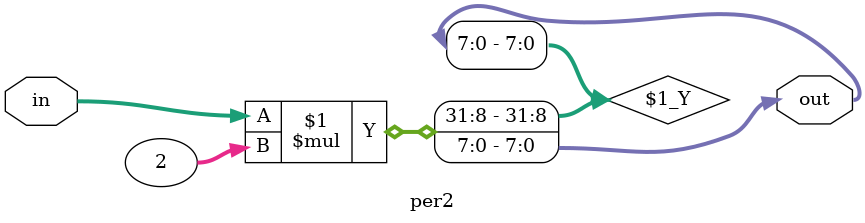
<source format=v>
module per2(output [N-1:0]out, input [N-1:0]in);

   parameter N = 8;
   
   assign
     #2 out = in*2;

endmodule // per2

</source>
